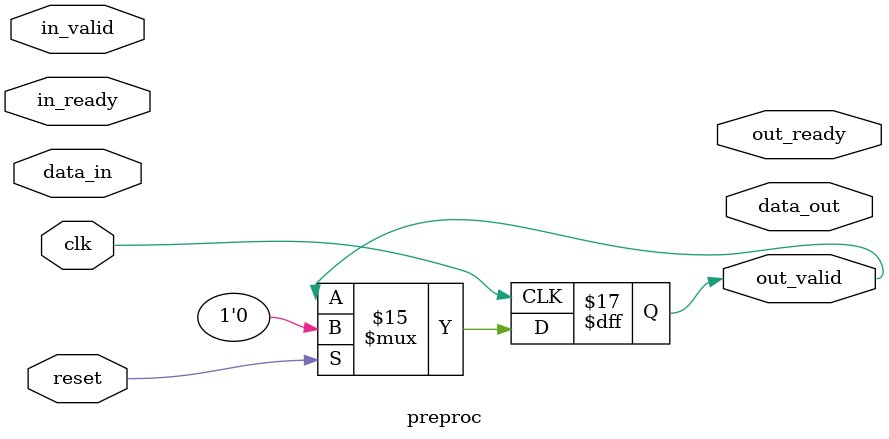
<source format=v>
module preproc #(
    parameter DATA_WIDTH = 16,
    parameter NORM_WIDTH = DATA_WIDTH,
    parameter MIN_THRESHOLD = 1
) (
    input clk,
    input reset,
    input in_valid,
    input in_ready,
    input [DATA_WIDTH-1:0] data_in,
    output out_valid,
    output out_ready,
    output [NORM_WIDTH-1:0] data_out
);
    reg [DATA_WIDTH-1:0] sample_reg;
    reg [DATA_WIDTH-1:0] zp_reg;

    always @(posedge clk ) begin
        if (reset) begin
            sample_reg <= 0;
            out_valid <= 0;
        end else begin
            if (in_valid && in_ready) begin
                sample_reg <= data_in;
            end

            zp_reg <= (sample_reg == 0) ? MIN_THRESHOLD : sample_reg;
        end
    end

endmodule
</source>
